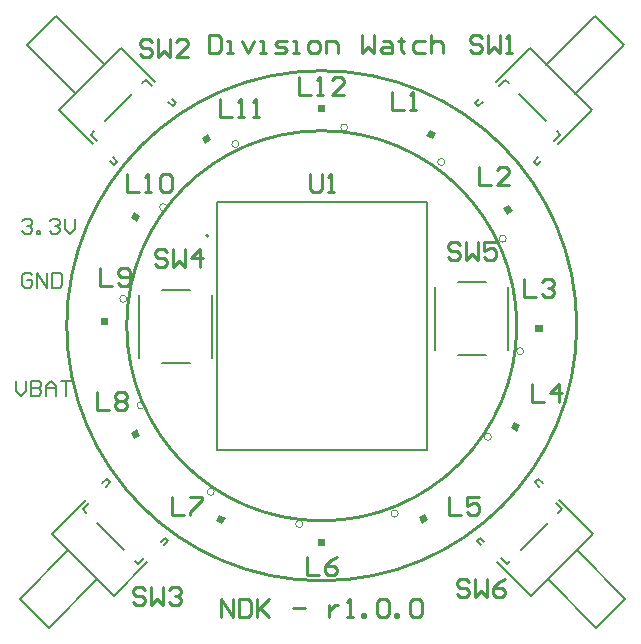
<source format=gto>
G04*
G04 #@! TF.GenerationSoftware,Altium Limited,Altium Designer,23.9.2 (47)*
G04*
G04 Layer_Color=65535*
%FSLAX44Y44*%
%MOMM*%
G71*
G04*
G04 #@! TF.SameCoordinates,59006CB8-04EA-46C6-BC13-78CBB85C9A35*
G04*
G04*
G04 #@! TF.FilePolarity,Positive*
G04*
G01*
G75*
%ADD10C,0.0000*%
%ADD11C,0.2540*%
%ADD12C,0.2000*%
%ADD13C,0.1500*%
%ADD14C,0.1270*%
%ADD15C,0.1778*%
G36*
X161750Y434800D02*
X155750D01*
Y440800D01*
X161750D01*
Y434800D01*
D02*
G37*
G36*
X255558Y417048D02*
X252558Y411852D01*
X247362Y414852D01*
X250362Y420048D01*
X255558Y417048D01*
D02*
G37*
G36*
X65258Y411052D02*
X60062Y408052D01*
X57062Y413248D01*
X62258Y416248D01*
X65258Y411052D01*
D02*
G37*
G36*
X320444Y351152D02*
X315248Y348152D01*
X312248Y353348D01*
X317444Y356348D01*
X320444Y351152D01*
D02*
G37*
G36*
X5252Y346998D02*
X2252Y341802D01*
X-2944Y344802D01*
X56Y349998D01*
X5252Y346998D01*
D02*
G37*
G36*
X-22200Y254800D02*
X-28200D01*
Y260800D01*
X-22200D01*
Y254800D01*
D02*
G37*
G36*
X345700Y248450D02*
X339700D01*
Y254450D01*
X345700D01*
Y248450D01*
D02*
G37*
G36*
X326794Y169548D02*
X323794Y164352D01*
X318598Y167352D01*
X321598Y172548D01*
X326794Y169548D01*
D02*
G37*
G36*
X5252Y161002D02*
X56Y158002D01*
X-2944Y163198D01*
X2252Y166198D01*
X5252Y161002D01*
D02*
G37*
G36*
X249058Y89510D02*
X243862Y86510D01*
X240862Y91706D01*
X246058Y94706D01*
X249058Y89510D01*
D02*
G37*
G36*
X77298Y91152D02*
X74298Y85956D01*
X69102Y88956D01*
X72102Y94152D01*
X77298Y91152D01*
D02*
G37*
G36*
X161750Y67200D02*
X155750D01*
Y73200D01*
X161750D01*
Y67200D01*
D02*
G37*
D10*
X314990Y327796D02*
G03*
X314990Y327796I-3000J0D01*
G01*
X27510Y354355D02*
G03*
X27510Y354355I-3000J0D01*
G01*
X180750Y421800D02*
G03*
X180750Y421800I-3000J0D01*
G01*
X262914Y392594D02*
G03*
X262914Y392594I-3000J0D01*
G01*
X223505Y94965D02*
G03*
X223505Y94965I-3000J0D01*
G01*
X142750Y86200D02*
G03*
X142750Y86200I-3000J0D01*
G01*
X67745Y113410D02*
G03*
X67745Y113410I-3000J0D01*
G01*
X8510Y186554D02*
G03*
X8510Y186554I-3000J0D01*
G01*
X329700Y232450D02*
G03*
X329700Y232450I-3000J0D01*
G01*
X302340Y159995D02*
G03*
X302340Y159995I-3000J0D01*
G01*
X88614Y407794D02*
G03*
X88614Y407794I-3000J0D01*
G01*
X-6200Y276800D02*
G03*
X-6200Y276800I-3000J0D01*
G01*
D11*
X323850Y254000D02*
G03*
X323850Y254000I-165100J0D01*
G01*
X374650D02*
G03*
X374650Y254000I-215900J0D01*
G01*
X73660Y7620D02*
Y22855D01*
X83817Y7620D01*
Y22855D01*
X88895D02*
Y7620D01*
X96513D01*
X99052Y10159D01*
Y20316D01*
X96513Y22855D01*
X88895D01*
X104130D02*
Y7620D01*
Y12698D01*
X114287Y22855D01*
X106669Y15237D01*
X114287Y7620D01*
X134600Y15237D02*
X144757D01*
X165070Y17777D02*
Y7620D01*
Y12698D01*
X167610Y15237D01*
X170149Y17777D01*
X172688D01*
X180306Y7620D02*
X185384D01*
X182845D01*
Y22855D01*
X180306Y20316D01*
X193001Y7620D02*
Y10159D01*
X195541D01*
Y7620D01*
X193001D01*
X205697Y20316D02*
X208237Y22855D01*
X213315D01*
X215854Y20316D01*
Y10159D01*
X213315Y7620D01*
X208237D01*
X205697Y10159D01*
Y20316D01*
X220932Y7620D02*
Y10159D01*
X223472D01*
Y7620D01*
X220932D01*
X233628Y20316D02*
X236167Y22855D01*
X241246D01*
X243785Y20316D01*
Y10159D01*
X241246Y7620D01*
X236167D01*
X233628Y10159D01*
Y20316D01*
X63500Y500375D02*
Y485140D01*
X71118D01*
X73657Y487679D01*
Y497836D01*
X71118Y500375D01*
X63500D01*
X78735Y485140D02*
X83813D01*
X81274D01*
Y495297D01*
X78735D01*
X91431D02*
X96509Y485140D01*
X101588Y495297D01*
X106666Y485140D02*
X111744D01*
X109205D01*
Y495297D01*
X106666D01*
X119362Y485140D02*
X126980D01*
X129519Y487679D01*
X126980Y490218D01*
X121901D01*
X119362Y492757D01*
X121901Y495297D01*
X129519D01*
X134597Y485140D02*
X139675D01*
X137136D01*
Y495297D01*
X134597D01*
X149832Y485140D02*
X154910D01*
X157450Y487679D01*
Y492757D01*
X154910Y495297D01*
X149832D01*
X147293Y492757D01*
Y487679D01*
X149832Y485140D01*
X162528D02*
Y495297D01*
X170145D01*
X172685Y492757D01*
Y485140D01*
X192998Y500375D02*
Y485140D01*
X198076Y490218D01*
X203155Y485140D01*
Y500375D01*
X210772Y495297D02*
X215851D01*
X218390Y492757D01*
Y485140D01*
X210772D01*
X208233Y487679D01*
X210772Y490218D01*
X218390D01*
X226007Y497836D02*
Y495297D01*
X223468D01*
X228547D01*
X226007D01*
Y487679D01*
X228547Y485140D01*
X246321Y495297D02*
X238703D01*
X236164Y492757D01*
Y487679D01*
X238703Y485140D01*
X246321D01*
X251399Y500375D02*
Y485140D01*
Y492757D01*
X253938Y495297D01*
X259017D01*
X261556Y492757D01*
Y485140D01*
X27943Y316228D02*
X25404Y318768D01*
X20326D01*
X17787Y316228D01*
Y313689D01*
X20326Y311150D01*
X25404D01*
X27943Y308611D01*
Y306072D01*
X25404Y303533D01*
X20326D01*
X17787Y306072D01*
X33022Y318768D02*
Y303533D01*
X38100Y308611D01*
X43178Y303533D01*
Y318768D01*
X55874Y303533D02*
Y318768D01*
X48257Y311150D01*
X58413D01*
X8893Y30478D02*
X6354Y33017D01*
X1276D01*
X-1263Y30478D01*
Y27939D01*
X1276Y25400D01*
X6354D01*
X8893Y22861D01*
Y20322D01*
X6354Y17782D01*
X1276D01*
X-1263Y20322D01*
X13972Y33017D02*
Y17782D01*
X19050Y22861D01*
X24128Y17782D01*
Y33017D01*
X29207Y30478D02*
X31746Y33017D01*
X36824D01*
X39363Y30478D01*
Y27939D01*
X36824Y25400D01*
X34285D01*
X36824D01*
X39363Y22861D01*
Y20322D01*
X36824Y17782D01*
X31746D01*
X29207Y20322D01*
X283213Y36828D02*
X280674Y39367D01*
X275596D01*
X273057Y36828D01*
Y34289D01*
X275596Y31750D01*
X280674D01*
X283213Y29211D01*
Y26672D01*
X280674Y24132D01*
X275596D01*
X273057Y26672D01*
X288292Y39367D02*
Y24132D01*
X293370Y29211D01*
X298448Y24132D01*
Y39367D01*
X313683D02*
X308605Y36828D01*
X303527Y31750D01*
Y26672D01*
X306066Y24132D01*
X311144D01*
X313683Y26672D01*
Y29211D01*
X311144Y31750D01*
X303527D01*
X275593Y322578D02*
X273054Y325117D01*
X267976D01*
X265437Y322578D01*
Y320039D01*
X267976Y317500D01*
X273054D01*
X275593Y314961D01*
Y312422D01*
X273054Y309883D01*
X267976D01*
X265437Y312422D01*
X280672Y325117D02*
Y309883D01*
X285750Y314961D01*
X290828Y309883D01*
Y325117D01*
X306063D02*
X295907D01*
Y317500D01*
X300985Y320039D01*
X303524D01*
X306063Y317500D01*
Y312422D01*
X303524Y309883D01*
X298446D01*
X295907Y312422D01*
X15243Y494028D02*
X12704Y496567D01*
X7626D01*
X5087Y494028D01*
Y491489D01*
X7626Y488950D01*
X12704D01*
X15243Y486411D01*
Y483872D01*
X12704Y481333D01*
X7626D01*
X5087Y483872D01*
X20322Y496567D02*
Y481333D01*
X25400Y486411D01*
X30478Y481333D01*
Y496567D01*
X45713Y481333D02*
X35557D01*
X45713Y491489D01*
Y494028D01*
X43174Y496567D01*
X38096D01*
X35557Y494028D01*
X294205Y497331D02*
X291666Y499870D01*
X286588D01*
X284049Y497331D01*
Y494792D01*
X286588Y492253D01*
X291666D01*
X294205Y489714D01*
Y487175D01*
X291666Y484635D01*
X286588D01*
X284049Y487175D01*
X299284Y499870D02*
Y484635D01*
X304362Y489714D01*
X309440Y484635D01*
Y499870D01*
X314519Y484635D02*
X319597D01*
X317058D01*
Y499870D01*
X314519Y497331D01*
X148593Y382267D02*
Y369572D01*
X151132Y367033D01*
X156211D01*
X158750Y369572D01*
Y382267D01*
X163828Y367033D02*
X168907D01*
X166368D01*
Y382267D01*
X163828Y379728D01*
X31754Y109218D02*
Y93982D01*
X41911D01*
X46989Y109218D02*
X57146D01*
Y106678D01*
X46989Y96522D01*
Y93982D01*
X292104Y388618D02*
Y373382D01*
X302261D01*
X317496D02*
X307339D01*
X317496Y383539D01*
Y386078D01*
X314957Y388618D01*
X309878D01*
X307339Y386078D01*
X146054Y58418D02*
Y43183D01*
X156211D01*
X171446Y58418D02*
X166367Y55878D01*
X161289Y50800D01*
Y45722D01*
X163828Y43183D01*
X168907D01*
X171446Y45722D01*
Y48261D01*
X168907Y50800D01*
X161289D01*
X218443Y452118D02*
Y436883D01*
X228600D01*
X233678D02*
X238757D01*
X236218D01*
Y452118D01*
X233678Y449578D01*
X139706Y464818D02*
Y449582D01*
X149863D01*
X154941D02*
X160020D01*
X157480D01*
Y464818D01*
X154941Y462278D01*
X177794Y449582D02*
X167637D01*
X177794Y459739D01*
Y462278D01*
X175255Y464818D01*
X170176D01*
X167637Y462278D01*
X336554Y204468D02*
Y189233D01*
X346711D01*
X359407D02*
Y204468D01*
X351789Y196850D01*
X361946D01*
X-6344Y382267D02*
Y367033D01*
X3813D01*
X8891D02*
X13970D01*
X11430D01*
Y382267D01*
X8891Y379728D01*
X21587D02*
X24126Y382267D01*
X29205D01*
X31744Y379728D01*
Y369572D01*
X29205Y367033D01*
X24126D01*
X21587Y369572D01*
Y379728D01*
X330204Y293368D02*
Y278132D01*
X340361D01*
X345439Y290828D02*
X347978Y293368D01*
X353057D01*
X355596Y290828D01*
Y288289D01*
X353057Y285750D01*
X350518D01*
X353057D01*
X355596Y283211D01*
Y280672D01*
X353057Y278132D01*
X347978D01*
X345439Y280672D01*
X72395Y445768D02*
Y430532D01*
X82552D01*
X87630D02*
X92709D01*
X90170D01*
Y445768D01*
X87630Y443228D01*
X100326Y430532D02*
X105405D01*
X102865D01*
Y445768D01*
X100326Y443228D01*
X-31746Y198118D02*
Y182882D01*
X-21589D01*
X-16511Y195578D02*
X-13972Y198118D01*
X-8893D01*
X-6354Y195578D01*
Y193039D01*
X-8893Y190500D01*
X-6354Y187961D01*
Y185422D01*
X-8893Y182882D01*
X-13972D01*
X-16511Y185422D01*
Y187961D01*
X-13972Y190500D01*
X-16511Y193039D01*
Y195578D01*
X-13972Y190500D02*
X-8893D01*
X-29210Y302763D02*
Y287528D01*
X-19053D01*
X-13975Y290067D02*
X-11436Y287528D01*
X-6357D01*
X-3818Y290067D01*
Y300224D01*
X-6357Y302763D01*
X-11436D01*
X-13975Y300224D01*
Y297685D01*
X-11436Y295145D01*
X-3818D01*
X266704Y109218D02*
Y93982D01*
X276861D01*
X292096Y109218D02*
X281939D01*
Y101600D01*
X287017Y104139D01*
X289557D01*
X292096Y101600D01*
Y96522D01*
X289557Y93982D01*
X284478D01*
X281939Y96522D01*
D12*
X62750Y330200D02*
G03*
X62750Y330200I-1000J0D01*
G01*
X254750Y233850D02*
Y286850D01*
X273750Y229350D02*
X297750D01*
X273750Y291350D02*
X297750D01*
X316750Y233850D02*
Y286850D01*
X66200Y226750D02*
Y279750D01*
X23200Y284250D02*
X47200D01*
X23200Y222250D02*
X47200D01*
X4200Y226750D02*
Y279750D01*
D13*
X-63407Y436531D02*
X-11081Y488857D01*
X32406Y439713D02*
X35234Y442542D01*
X-65882Y516081D02*
X-24870Y475068D01*
X-90631Y491332D02*
X-65882Y516081D01*
X-90631Y491332D02*
X-49618Y450320D01*
X6950Y459512D02*
X9779Y462341D01*
X-24870Y427692D02*
X-2242Y450320D01*
X9779Y462341D02*
X14728Y457391D01*
X-11081Y488857D02*
X17557Y460219D01*
X31699Y446077D02*
X35234Y442542D01*
X28870Y443249D02*
X32406Y439713D01*
X-17799Y396580D02*
X-14263Y393044D01*
X-20627Y393751D02*
X-17091Y390216D01*
X-63407Y436531D02*
X-34769Y407893D01*
X-36890Y415672D02*
X-31941Y410722D01*
X-36890Y415672D02*
X-34062Y418500D01*
X-17091Y390216D02*
X-14263Y393044D01*
X-69757Y77819D02*
X-17431Y25493D01*
X-23442Y124134D02*
X-20613Y121306D01*
X-96981Y23018D02*
X-55968Y64030D01*
X-96981Y23018D02*
X-72232Y-1731D01*
X-31220Y39282D01*
X-43240Y98679D02*
X-40412Y95850D01*
X-31220Y86658D02*
X-8592Y64030D01*
X-43240Y98679D02*
X-38291Y103628D01*
X-69757Y77819D02*
X-41119Y106457D01*
X-26977Y120599D02*
X-23442Y124134D01*
X-24149Y117771D02*
X-20613Y121306D01*
X22520Y71101D02*
X26056Y74637D01*
X25349Y68273D02*
X28884Y71809D01*
X-17431Y25493D02*
X11207Y54131D01*
X3428Y52010D02*
X8378Y56959D01*
X600Y54838D02*
X3428Y52010D01*
X26056Y74637D02*
X28884Y71809D01*
X336201Y25493D02*
X388527Y77819D01*
X289886Y71809D02*
X292714Y74637D01*
X349990Y39282D02*
X391002Y-1731D01*
X415751Y23018D01*
X374738Y64030D02*
X415751Y23018D01*
X315341Y52010D02*
X318170Y54838D01*
X327362Y64030D02*
X349990Y86658D01*
X310392Y56959D02*
X315341Y52010D01*
X307563Y54131D02*
X336201Y25493D01*
X289886Y71809D02*
X293421Y68273D01*
X292714Y74637D02*
X296250Y71101D01*
X339383Y121306D02*
X342919Y117771D01*
X342211Y124134D02*
X345747Y120599D01*
X359889Y106457D02*
X388527Y77819D01*
X357061Y103628D02*
X362010Y98679D01*
X359182Y95850D02*
X362010Y98679D01*
X339383Y121306D02*
X342211Y124134D01*
X334931Y488857D02*
X387257Y436531D01*
X338113Y393044D02*
X340942Y390216D01*
X373468Y450320D02*
X414481Y491332D01*
X389732Y516081D02*
X414481Y491332D01*
X348720Y475068D02*
X389732Y516081D01*
X357912Y418500D02*
X360741Y415672D01*
X326092Y450320D02*
X348720Y427692D01*
X355791Y410722D02*
X360741Y415672D01*
X358619Y407893D02*
X387257Y436531D01*
X340942Y390216D02*
X344477Y393751D01*
X338113Y393044D02*
X341649Y396580D01*
X291444Y439713D02*
X294979Y443249D01*
X288616Y442542D02*
X292151Y446077D01*
X306293Y460219D02*
X334931Y488857D01*
X309122Y457391D02*
X314072Y462341D01*
X316900Y459512D01*
X288616Y442542D02*
X291444Y439713D01*
D14*
X69750Y149000D02*
X247750D01*
X69750D02*
Y359000D01*
X247750D01*
Y149000D02*
Y359000D01*
D15*
X-99822Y207514D02*
Y199050D01*
X-95590Y194818D01*
X-91358Y199050D01*
Y207514D01*
X-87126D02*
Y194818D01*
X-80778D01*
X-78662Y196934D01*
Y199050D01*
X-80778Y201166D01*
X-87126D01*
X-80778D01*
X-78662Y203282D01*
Y205398D01*
X-80778Y207514D01*
X-87126D01*
X-74430Y194818D02*
Y203282D01*
X-70198Y207514D01*
X-65966Y203282D01*
Y194818D01*
Y201166D01*
X-74430D01*
X-61734Y207514D02*
X-53270D01*
X-57502D01*
Y194818D01*
X-86278Y296838D02*
X-88394Y298954D01*
X-92626D01*
X-94742Y296838D01*
Y288374D01*
X-92626Y286258D01*
X-88394D01*
X-86278Y288374D01*
Y292606D01*
X-90510D01*
X-82046Y286258D02*
Y298954D01*
X-73582Y286258D01*
Y298954D01*
X-69350D02*
Y286258D01*
X-63002D01*
X-60886Y288374D01*
Y296838D01*
X-63002Y298954D01*
X-69350D01*
X-94742Y342558D02*
X-92626Y344674D01*
X-88394D01*
X-86278Y342558D01*
Y340442D01*
X-88394Y338326D01*
X-90510D01*
X-88394D01*
X-86278Y336210D01*
Y334094D01*
X-88394Y331978D01*
X-92626D01*
X-94742Y334094D01*
X-82046Y331978D02*
Y334094D01*
X-79930D01*
Y331978D01*
X-82046D01*
X-71466Y342558D02*
X-69350Y344674D01*
X-65118D01*
X-63002Y342558D01*
Y340442D01*
X-65118Y338326D01*
X-67234D01*
X-65118D01*
X-63002Y336210D01*
Y334094D01*
X-65118Y331978D01*
X-69350D01*
X-71466Y334094D01*
X-58770Y344674D02*
Y336210D01*
X-54538Y331978D01*
X-50306Y336210D01*
Y344674D01*
M02*

</source>
